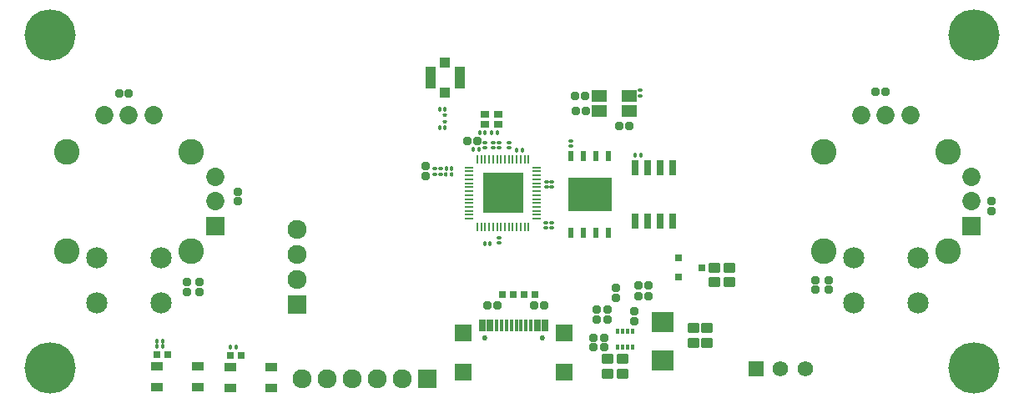
<source format=gbr>
%TF.GenerationSoftware,Altium Limited,Altium Designer,25.3.3 (18)*%
G04 Layer_Color=8388736*
%FSLAX45Y45*%
%MOMM*%
%TF.SameCoordinates,94F19C35-717A-4B45-A619-7893C40BEDFD*%
%TF.FilePolarity,Negative*%
%TF.FileFunction,Soldermask,Top*%
%TF.Part,Single*%
G01*
G75*
%TA.AperFunction,NonConductor*%
%ADD61C,0.15600*%
%TA.AperFunction,SMDPad,CuDef*%
%ADD62R,1.11000X2.26000*%
%ADD63R,1.06000X1.06000*%
G04:AMPARAMS|DCode=64|XSize=0.8032mm|YSize=0.9032mm|CornerRadius=0.1766mm|HoleSize=0mm|Usage=FLASHONLY|Rotation=270.000|XOffset=0mm|YOffset=0mm|HoleType=Round|Shape=RoundedRectangle|*
%AMROUNDEDRECTD64*
21,1,0.80320,0.55000,0,0,270.0*
21,1,0.45000,0.90320,0,0,270.0*
1,1,0.35320,-0.27500,-0.22500*
1,1,0.35320,-0.27500,0.22500*
1,1,0.35320,0.27500,0.22500*
1,1,0.35320,0.27500,-0.22500*
%
%ADD64ROUNDEDRECTD64*%
%ADD65R,0.51000X1.01000*%
%ADD66R,4.41000X3.51000*%
%ADD67R,0.71000X1.56000*%
%ADD68R,1.56000X1.16000*%
%TA.AperFunction,TestPad*%
G04:AMPARAMS|DCode=69|XSize=0.81mm|YSize=0.76mm|CornerRadius=0.065mm|HoleSize=0mm|Usage=FLASHONLY|Rotation=180.000|XOffset=0mm|YOffset=0mm|HoleType=Round|Shape=RoundedRectangle|*
%AMROUNDEDRECTD69*
21,1,0.81000,0.63000,0,0,180.0*
21,1,0.68000,0.76000,0,0,180.0*
1,1,0.13000,-0.34000,0.31500*
1,1,0.13000,0.34000,0.31500*
1,1,0.13000,0.34000,-0.31500*
1,1,0.13000,-0.34000,-0.31500*
%
%ADD69ROUNDEDRECTD69*%
%TA.AperFunction,SMDPad,CuDef*%
%ADD70R,0.91000X0.26000*%
%ADD71R,0.26000X0.91000*%
%ADD72R,4.11000X4.11000*%
G04:AMPARAMS|DCode=73|XSize=0.35mm|YSize=0.45mm|CornerRadius=0.08125mm|HoleSize=0mm|Usage=FLASHONLY|Rotation=90.000|XOffset=0mm|YOffset=0mm|HoleType=Round|Shape=RoundedRectangle|*
%AMROUNDEDRECTD73*
21,1,0.35000,0.28750,0,0,90.0*
21,1,0.18750,0.45000,0,0,90.0*
1,1,0.16250,0.14375,0.09375*
1,1,0.16250,0.14375,-0.09375*
1,1,0.16250,-0.14375,-0.09375*
1,1,0.16250,-0.14375,0.09375*
%
%ADD73ROUNDEDRECTD73*%
G04:AMPARAMS|DCode=74|XSize=0.35mm|YSize=0.45mm|CornerRadius=0.08125mm|HoleSize=0mm|Usage=FLASHONLY|Rotation=180.000|XOffset=0mm|YOffset=0mm|HoleType=Round|Shape=RoundedRectangle|*
%AMROUNDEDRECTD74*
21,1,0.35000,0.28750,0,0,180.0*
21,1,0.18750,0.45000,0,0,180.0*
1,1,0.16250,-0.09375,0.14375*
1,1,0.16250,0.09375,0.14375*
1,1,0.16250,0.09375,-0.14375*
1,1,0.16250,-0.09375,-0.14375*
%
%ADD74ROUNDEDRECTD74*%
G04:AMPARAMS|DCode=75|XSize=0.45mm|YSize=0.35mm|CornerRadius=0.1125mm|HoleSize=0mm|Usage=FLASHONLY|Rotation=90.000|XOffset=0mm|YOffset=0mm|HoleType=Round|Shape=RoundedRectangle|*
%AMROUNDEDRECTD75*
21,1,0.45000,0.12500,0,0,90.0*
21,1,0.22500,0.35000,0,0,90.0*
1,1,0.22500,0.06250,0.11250*
1,1,0.22500,0.06250,-0.11250*
1,1,0.22500,-0.06250,-0.11250*
1,1,0.22500,-0.06250,0.11250*
%
%ADD75ROUNDEDRECTD75*%
G04:AMPARAMS|DCode=76|XSize=0.8032mm|YSize=0.9032mm|CornerRadius=0.1766mm|HoleSize=0mm|Usage=FLASHONLY|Rotation=180.000|XOffset=0mm|YOffset=0mm|HoleType=Round|Shape=RoundedRectangle|*
%AMROUNDEDRECTD76*
21,1,0.80320,0.55000,0,0,180.0*
21,1,0.45000,0.90320,0,0,180.0*
1,1,0.35320,-0.22500,0.27500*
1,1,0.35320,0.22500,0.27500*
1,1,0.35320,0.22500,-0.27500*
1,1,0.35320,-0.22500,-0.27500*
%
%ADD76ROUNDEDRECTD76*%
G04:AMPARAMS|DCode=77|XSize=0.45mm|YSize=0.35mm|CornerRadius=0.1125mm|HoleSize=0mm|Usage=FLASHONLY|Rotation=180.000|XOffset=0mm|YOffset=0mm|HoleType=Round|Shape=RoundedRectangle|*
%AMROUNDEDRECTD77*
21,1,0.45000,0.12500,0,0,180.0*
21,1,0.22500,0.35000,0,0,180.0*
1,1,0.22500,-0.11250,0.06250*
1,1,0.22500,0.11250,0.06250*
1,1,0.22500,0.11250,-0.06250*
1,1,0.22500,-0.11250,-0.06250*
%
%ADD77ROUNDEDRECTD77*%
%TA.AperFunction,ConnectorPad*%
%ADD78R,0.66000X1.21000*%
%ADD79R,0.36000X1.21000*%
%TA.AperFunction,SMDPad,CuDef*%
%ADD80R,1.70320X1.70320*%
%ADD81R,0.71000X0.71000*%
%ADD82R,0.63500X0.68000*%
G04:AMPARAMS|DCode=83|XSize=1.0032mm|YSize=1.2032mm|CornerRadius=0.2016mm|HoleSize=0mm|Usage=FLASHONLY|Rotation=90.000|XOffset=0mm|YOffset=0mm|HoleType=Round|Shape=RoundedRectangle|*
%AMROUNDEDRECTD83*
21,1,1.00320,0.80000,0,0,90.0*
21,1,0.60000,1.20320,0,0,90.0*
1,1,0.40320,0.40000,0.30000*
1,1,0.40320,0.40000,-0.30000*
1,1,0.40320,-0.40000,-0.30000*
1,1,0.40320,-0.40000,0.30000*
%
%ADD83ROUNDEDRECTD83*%
%ADD84R,1.25320X0.85320*%
%ADD85R,0.36000X0.53500*%
%ADD86R,2.30320X2.10320*%
%TA.AperFunction,ViaPad*%
%ADD87C,5.20320*%
%TA.AperFunction,ComponentPad*%
%ADD88C,1.92820*%
%ADD89R,1.92820X1.92820*%
%ADD90C,1.56820*%
%ADD91R,1.56820X1.56820*%
%ADD92C,0.52820*%
%ADD93C,1.85320*%
%ADD94R,1.85320X1.85320*%
%ADD95C,2.60320*%
%ADD96C,2.15320*%
%ADD97R,1.92820X1.92820*%
%TA.AperFunction,ViaPad*%
%ADD98C,0.51000*%
D61*
X5689499Y9602002D02*
X5689499D01*
D62*
X5837500Y10055000D02*
D03*
X5542499D02*
D03*
D63*
X5690000Y10205000D02*
D03*
Y9905000D02*
D03*
D64*
X11235000Y8797499D02*
D03*
Y8697499D02*
D03*
X5497000Y9154500D02*
D03*
Y9054500D02*
D03*
X9450000Y8000000D02*
D03*
Y7900000D02*
D03*
X9580000Y7900000D02*
D03*
Y8000000D02*
D03*
X3197500Y7977500D02*
D03*
Y7877500D02*
D03*
X3070000Y7877500D02*
D03*
Y7977500D02*
D03*
X3590000Y8897500D02*
D03*
Y8797500D02*
D03*
X7304500Y7417000D02*
D03*
Y7317000D02*
D03*
X7609500Y7584499D02*
D03*
Y7684499D02*
D03*
X7227000Y7699500D02*
D03*
Y7599500D02*
D03*
X7337000Y7599499D02*
D03*
Y7699499D02*
D03*
X7424500Y7819499D02*
D03*
Y7919499D02*
D03*
X7194500Y7417000D02*
D03*
Y7317000D02*
D03*
D65*
X6969000Y8479499D02*
D03*
X7096000D02*
D03*
X7223000D02*
D03*
X7350000D02*
D03*
Y9259499D02*
D03*
X7223000D02*
D03*
X7096000D02*
D03*
X6969000D02*
D03*
D66*
X7159500Y8869499D02*
D03*
D67*
X7619000Y9139500D02*
D03*
X7746000D02*
D03*
X7873000D02*
D03*
X8000000D02*
D03*
Y8599500D02*
D03*
X7873000D02*
D03*
X7746000D02*
D03*
X7619000D02*
D03*
D68*
X7556999Y9719500D02*
D03*
X7256999D02*
D03*
Y9869500D02*
D03*
X7556999D02*
D03*
D69*
X6097000Y9582000D02*
D03*
X6232000D02*
D03*
X6097000Y9682000D02*
D03*
X6232000D02*
D03*
D70*
X5932000Y9142000D02*
D03*
Y9102000D02*
D03*
Y9062000D02*
D03*
Y9022000D02*
D03*
Y8982000D02*
D03*
Y8942000D02*
D03*
Y8902000D02*
D03*
Y8862000D02*
D03*
Y8822000D02*
D03*
Y8782000D02*
D03*
Y8742000D02*
D03*
Y8702000D02*
D03*
Y8662000D02*
D03*
Y8622000D02*
D03*
X6622000D02*
D03*
Y8662000D02*
D03*
Y8702000D02*
D03*
Y8742000D02*
D03*
Y8782000D02*
D03*
Y8822000D02*
D03*
Y8862000D02*
D03*
Y8902000D02*
D03*
Y8942000D02*
D03*
Y8982000D02*
D03*
Y9022000D02*
D03*
Y9062000D02*
D03*
Y9102000D02*
D03*
Y9142000D02*
D03*
D71*
X6017000Y8537000D02*
D03*
X6057000D02*
D03*
X6097000D02*
D03*
X6137000D02*
D03*
X6177000D02*
D03*
X6217000D02*
D03*
X6257000D02*
D03*
X6297000D02*
D03*
X6337000D02*
D03*
X6377000D02*
D03*
X6417000D02*
D03*
X6457000D02*
D03*
X6497000D02*
D03*
X6537000D02*
D03*
Y9227000D02*
D03*
X6497000D02*
D03*
X6457000D02*
D03*
X6417000D02*
D03*
X6377000D02*
D03*
X6337000D02*
D03*
X6297000D02*
D03*
X6257000D02*
D03*
X6217000D02*
D03*
X6177000D02*
D03*
X6137000D02*
D03*
X6097000D02*
D03*
X6057000D02*
D03*
X6017000D02*
D03*
D72*
X6277000Y8882000D02*
D03*
D73*
X6714499Y8584500D02*
D03*
Y8529500D02*
D03*
X6774499Y8997000D02*
D03*
Y8942000D02*
D03*
X6769499Y8584500D02*
D03*
Y8529500D02*
D03*
X6716999Y8942000D02*
D03*
Y8997000D02*
D03*
X6234499Y8429500D02*
D03*
Y8374500D02*
D03*
X5644500Y9074501D02*
D03*
Y9129501D02*
D03*
X5582000Y9074501D02*
D03*
Y9129501D02*
D03*
X6969500Y9357000D02*
D03*
Y9412000D02*
D03*
X7671999Y9869500D02*
D03*
Y9924501D02*
D03*
X6337000Y9397000D02*
D03*
Y9342000D02*
D03*
X6234499Y9342000D02*
D03*
Y9397001D02*
D03*
X6176999Y9342000D02*
D03*
Y9397001D02*
D03*
X6097000Y9397000D02*
D03*
Y9342000D02*
D03*
D74*
X6147000Y8368000D02*
D03*
X6092000D02*
D03*
X5757000Y9132000D02*
D03*
X5702000D02*
D03*
X7674500Y9264500D02*
D03*
X7619500D02*
D03*
X6416999Y9319500D02*
D03*
X6472000D02*
D03*
X6032000Y9329500D02*
D03*
X5977000D02*
D03*
X5689500Y9547001D02*
D03*
X5634500D02*
D03*
X5689501Y9732001D02*
D03*
X5634501D02*
D03*
X6164500Y9497000D02*
D03*
X6219500D02*
D03*
X6097000Y9497001D02*
D03*
X6042000D02*
D03*
X3570000Y7320000D02*
D03*
X3515000D02*
D03*
X2822500Y7380000D02*
D03*
X2767499D02*
D03*
X2822500Y7324999D02*
D03*
X2767499D02*
D03*
D75*
X5756999Y9074499D02*
D03*
X5697000D02*
D03*
D76*
X7556999Y9562000D02*
D03*
X7456999D02*
D03*
X7114499Y9719500D02*
D03*
X7014499D02*
D03*
X7111999Y9869500D02*
D03*
X7011999D02*
D03*
X5914499Y9412000D02*
D03*
X6014500D02*
D03*
X7755000Y7837500D02*
D03*
X7655000D02*
D03*
X7754500Y7949500D02*
D03*
X7654500D02*
D03*
X10060000Y9907500D02*
D03*
X10160000D02*
D03*
X2382500Y9897500D02*
D03*
X2482500D02*
D03*
X6222002Y7744500D02*
D03*
X6122001D02*
D03*
X6594500Y7744500D02*
D03*
X6694500D02*
D03*
D77*
X5689499Y9609501D02*
D03*
Y9669501D02*
D03*
D78*
X6067000Y7536000D02*
D03*
X6147000D02*
D03*
X6627000D02*
D03*
X6707000D02*
D03*
D79*
X6262000D02*
D03*
X6362000D02*
D03*
X6412000D02*
D03*
X6512000D02*
D03*
X6562000D02*
D03*
X6462000D02*
D03*
X6312000D02*
D03*
X6212000D02*
D03*
D80*
X5875000Y7462000D02*
D03*
X6899000D02*
D03*
Y7065000D02*
D03*
X5875000D02*
D03*
D81*
X3624999Y7234999D02*
D03*
X3514999D02*
D03*
X2877499Y7239999D02*
D03*
X2767499D02*
D03*
X6274501Y7852000D02*
D03*
X6384501D02*
D03*
X6599500Y7852000D02*
D03*
X6489500D02*
D03*
D82*
X8061200Y8222500D02*
D03*
Y8032500D02*
D03*
X8298800Y8127500D02*
D03*
D83*
X8577500D02*
D03*
Y7977500D02*
D03*
X8420001D02*
D03*
Y8127500D02*
D03*
X8349500Y7364499D02*
D03*
Y7514499D02*
D03*
X8209500Y7364499D02*
D03*
Y7514499D02*
D03*
X7489501Y7049500D02*
D03*
Y7199500D02*
D03*
X7339500Y7049499D02*
D03*
Y7199499D02*
D03*
D84*
X3182499Y6910001D02*
D03*
X2767499D02*
D03*
X3182499Y7125001D02*
D03*
X2767499D02*
D03*
X3930000Y6905001D02*
D03*
X3515000D02*
D03*
X3930000Y7120000D02*
D03*
X3515000D02*
D03*
D85*
X7439500Y7315700D02*
D03*
X7489500D02*
D03*
X7539500D02*
D03*
X7589500D02*
D03*
Y7483299D02*
D03*
X7539500D02*
D03*
X7489500D02*
D03*
X7439500D02*
D03*
D86*
X7897000Y7187000D02*
D03*
Y7577000D02*
D03*
D87*
X1682500Y10485000D02*
D03*
X11057500Y10485000D02*
D03*
X11057500Y7110000D02*
D03*
X1682500Y7110000D02*
D03*
D88*
X4237500Y7000000D02*
D03*
X4491500D02*
D03*
X4745500D02*
D03*
X4999500D02*
D03*
X5253500D02*
D03*
X4190522Y8512277D02*
D03*
Y8258277D02*
D03*
Y8004277D02*
D03*
D89*
X5507500Y7000000D02*
D03*
D90*
X9345000Y7102500D02*
D03*
X9095000D02*
D03*
D91*
X8845000D02*
D03*
D92*
X6098000Y7410000D02*
D03*
X6676000D02*
D03*
D93*
X10410868Y9670500D02*
D03*
X10160868D02*
D03*
X9910868D02*
D03*
X11033868Y8797500D02*
D03*
Y9047500D02*
D03*
X2732500Y9670501D02*
D03*
X2482500D02*
D03*
X2232500D02*
D03*
X3355500Y8797501D02*
D03*
Y9047501D02*
D03*
D94*
X11033868Y8547500D02*
D03*
X3355500Y8547501D02*
D03*
D95*
X10793368Y9297500D02*
D03*
X9528369D02*
D03*
Y8297500D02*
D03*
X10793368D02*
D03*
X3115000Y9297501D02*
D03*
X1850000D02*
D03*
Y8297501D02*
D03*
X3115000D02*
D03*
D96*
X9835868Y8222500D02*
D03*
Y7772500D02*
D03*
X10485869Y8222500D02*
D03*
Y7772500D02*
D03*
X2157500Y8222500D02*
D03*
Y7772501D02*
D03*
X2807500Y8222500D02*
D03*
Y7772501D02*
D03*
D97*
X4190522Y7750277D02*
D03*
D98*
X6422000Y8737001D02*
D03*
X6421999Y9027000D02*
D03*
X6422000Y8882001D02*
D03*
X6276999Y9027000D02*
D03*
X6131999Y9026999D02*
D03*
X7287000Y8741999D02*
D03*
X7159500D02*
D03*
X7031999D02*
D03*
Y8869499D02*
D03*
X6277000Y8737000D02*
D03*
X6132000Y8737000D02*
D03*
X7287000Y8869499D02*
D03*
Y8997000D02*
D03*
X7159500Y8869499D02*
D03*
Y8997000D02*
D03*
X7031999D02*
D03*
X6277000Y8882000D02*
D03*
X6132000Y8882000D02*
D03*
%TF.MD5,a9ed848930a9ed97eefbc2fe305e187e*%
M02*

</source>
